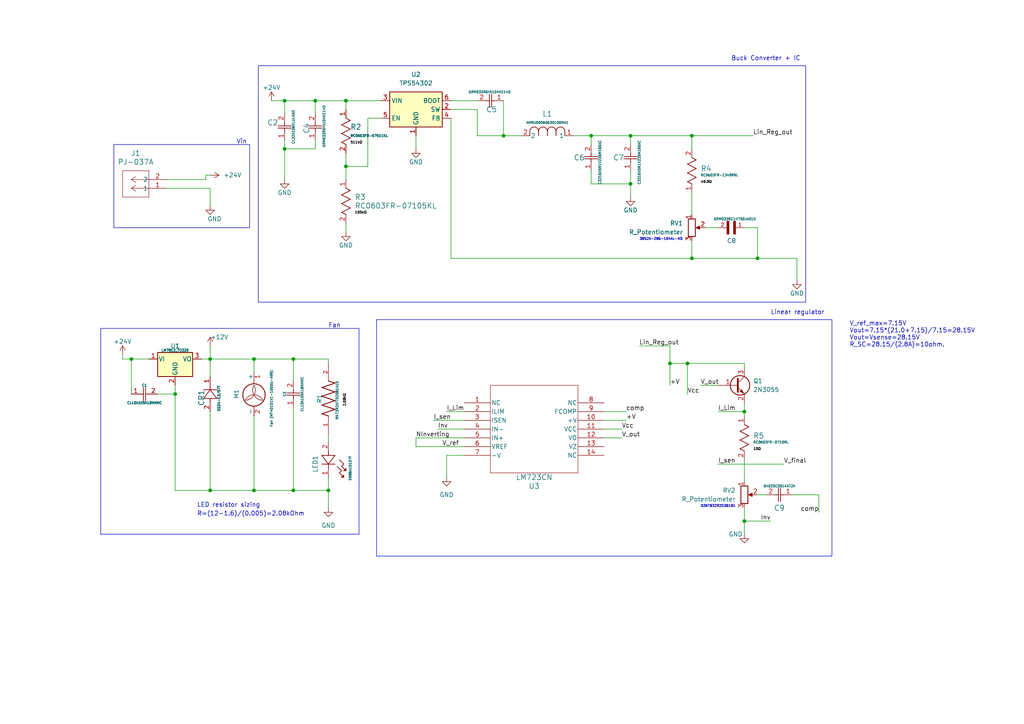
<source format=kicad_sch>
(kicad_sch (version 20230121) (generator eeschema)
  (paper "A4")
  (lib_symbols
    (symbol "2024-01-11_15-29-09:LM723CN" (pin_names (offset 0.254))
      (property "Reference" "U" (at 20.32 10.16 0))
      (property "Value" "LM723CN" (at 20.32 7.62 0))
      (symbol "LM723CN_0_1"
        (polyline (pts (xy 7.62 -20.32) (xy 33.02 -20.32)) (stroke (width 0.127)))
        (polyline (pts (xy 7.62 5.08) (xy 7.62 -20.32)) (stroke (width 0.127)))
        (polyline (pts (xy 33.02 -20.32) (xy 33.02 5.08)) (stroke (width 0.127)))
        (polyline (pts (xy 33.02 5.08) (xy 7.62 5.08)) (stroke (width 0.127)))
        (pin unspecified line (at 0 0 0) (length 7.62) (name "NC") (number "1"))
        (pin power_in line (at 40.64 -5.08 180) (length 7.62) (name "+V") (number "10"))
        (pin power_in line (at 40.64 -7.62 180) (length 7.62) (name "VCC") (number "11"))
        (pin output line (at 40.64 -10.16 180) (length 7.62) (name "VO") (number "12"))
        (pin unspecified line (at 40.64 -12.7 180) (length 7.62) (name "VZ") (number "13"))
        (pin unspecified line (at 40.64 -15.24 180) (length 7.62) (name "NC") (number "14"))
        (pin input line (at 0 -2.54 0) (length 7.62) (name "ILIM") (number "2"))
        (pin unspecified line (at 0 -5.08 0) (length 7.62) (name "ISEN") (number "3"))
        (pin input line (at 0 -7.62 0) (length 7.62) (name "IN-") (number "4"))
        (pin input line (at 0 -10.16 0) (length 7.62) (name "IN+") (number "5"))
        (pin output line (at 0 -12.7 0) (length 7.62) (name "VREF") (number "6"))
        (pin power_in line (at 0 -15.24 0) (length 7.62) (name "-V") (number "7"))
        (pin unspecified line (at 40.64 0 180) (length 7.62) (name "NC") (number "8"))
        (pin unspecified line (at 40.64 -2.54 180) (length 7.62) (name "FCOMP") (number "9"))
      )
    )
    (symbol "2024-01-12_20-03-25:SS34-E3_57T" (pin_names (offset 0.254))
      (property "Reference" "CR" (at 5.08 4.445 0))
      (property "Value" "SS34-E3/57T" (at 5.08 -3.81 0))
      (symbol "SS34-E3_57T_1_1"
        (polyline (pts (xy 2.54 0) (xy 3.4798 0)) (stroke (width 0.2032)))
        (polyline (pts (xy 3.175 0) (xy 3.81 0)) (stroke (width 0.2032)))
        (polyline (pts (xy 3.81 -1.905) (xy 6.35 0)) (stroke (width 0.2032)))
        (polyline (pts (xy 3.81 1.905) (xy 3.81 -1.905)) (stroke (width 0.2032)))
        (polyline (pts (xy 6.35 -1.905) (xy 6.35 1.905)) (stroke (width 0.2032)))
        (polyline (pts (xy 6.35 0) (xy 3.81 1.905)) (stroke (width 0.2032)))
        (polyline (pts (xy 6.35 0) (xy 7.62 0)) (stroke (width 0.2032)))
        (pin unspecified line (at 10.16 0 180) (length 2.54) (name "") (number "1"))
        (pin unspecified line (at 0 0 0) (length 2.54) (name "") (number "2"))
      )
      (symbol "SS34-E3_57T_1_2"
        (polyline (pts (xy -1.905 3.81) (xy 1.905 3.81)) (stroke (width 0.2032)))
        (polyline (pts (xy 0 2.54) (xy 0 3.4798)) (stroke (width 0.2032)))
        (polyline (pts (xy 0 3.175) (xy 0 3.81)) (stroke (width 0.2032)))
        (polyline (pts (xy 0 6.35) (xy -1.905 3.81)) (stroke (width 0.2032)))
        (polyline (pts (xy 0 6.35) (xy 0 7.62)) (stroke (width 0.2032)))
        (polyline (pts (xy 1.905 3.81) (xy 0 6.35)) (stroke (width 0.2032)))
        (polyline (pts (xy 1.905 6.35) (xy -1.905 6.35)) (stroke (width 0.2032)))
        (pin unspecified line (at 0 10.16 270) (length 2.54) (name "") (number "1"))
        (pin unspecified line (at 0 0 90) (length 2.54) (name "") (number "2"))
      )
    )
    (symbol "2024-01-12_21-49-38:CL10A105KL8NNNC" (pin_names (offset 0.254))
      (property "Reference" "C" (at 3.81 3.81 0))
      (property "Value" "CL10A105KL8NNNC" (at 3.81 -3.81 0))
      (symbol "CL10A105KL8NNNC_1_1"
        (polyline (pts (xy 2.54 0) (xy 3.4798 0)) (stroke (width 0.2032)))
        (polyline (pts (xy 3.4798 -1.905) (xy 3.4798 1.905)) (stroke (width 0.2032)))
        (polyline (pts (xy 4.1148 -1.905) (xy 4.1148 1.905)) (stroke (width 0.2032)))
        (polyline (pts (xy 4.1148 0) (xy 5.08 0)) (stroke (width 0.2032)))
        (pin unspecified line (at 0 0 0) (length 2.54) (name "") (number "1"))
        (pin unspecified line (at 7.62 0 180) (length 2.54) (name "") (number "2"))
      )
      (symbol "CL10A105KL8NNNC_1_2"
        (polyline (pts (xy -1.905 -4.1148) (xy 1.905 -4.1148)) (stroke (width 0.2032)))
        (polyline (pts (xy -1.905 -3.4798) (xy 1.905 -3.4798)) (stroke (width 0.2032)))
        (polyline (pts (xy 0 -4.1148) (xy 0 -5.08)) (stroke (width 0.2032)))
        (polyline (pts (xy 0 -2.54) (xy 0 -3.4798)) (stroke (width 0.2032)))
        (pin unspecified line (at 0 0 270) (length 2.54) (name "") (number "1"))
        (pin unspecified line (at 0 -7.62 90) (length 2.54) (name "") (number "2"))
      )
    )
    (symbol "2024-01-12_22-04-38:5988A10107F" (pin_names (offset 0.254))
      (property "Reference" "LED" (at 5.08 -4.445 0))
      (property "Value" "5988A10107F" (at 5.08 -7.62 0))
      (symbol "5988A10107F_1_1"
        (polyline (pts (xy 2.54 0) (xy 3.4798 0)) (stroke (width 0.2032)))
        (polyline (pts (xy 3.175 0) (xy 3.81 0)) (stroke (width 0.2032)))
        (polyline (pts (xy 3.81 -1.905) (xy 6.35 0)) (stroke (width 0.2032)))
        (polyline (pts (xy 3.81 1.905) (xy 3.81 -1.905)) (stroke (width 0.2032)))
        (polyline (pts (xy 5.08 3.175) (xy 6.35 4.445)) (stroke (width 0.2032)))
        (polyline (pts (xy 6.35 -1.905) (xy 6.35 1.905)) (stroke (width 0.2032)))
        (polyline (pts (xy 6.35 0) (xy 3.81 1.905)) (stroke (width 0.2032)))
        (polyline (pts (xy 6.35 0) (xy 7.62 0)) (stroke (width 0.2032)))
        (polyline (pts (xy 6.35 4.445) (xy 6.985 3.81)) (stroke (width 0.2032)))
        (polyline (pts (xy 6.985 2.54) (xy 8.255 3.81)) (stroke (width 0.2032)))
        (polyline (pts (xy 6.985 3.81) (xy 8.255 5.08)) (stroke (width 0.2032)))
        (polyline (pts (xy 7.62 5.08) (xy 8.255 4.445)) (stroke (width 0.2032)))
        (polyline (pts (xy 8.255 3.81) (xy 8.89 3.175)) (stroke (width 0.2032)))
        (polyline (pts (xy 8.255 4.445) (xy 8.255 5.08)) (stroke (width 0.2032)))
        (polyline (pts (xy 8.255 5.08) (xy 7.62 5.08)) (stroke (width 0.2032)))
        (polyline (pts (xy 8.89 3.175) (xy 10.16 4.445)) (stroke (width 0.2032)))
        (polyline (pts (xy 9.525 4.445) (xy 10.16 3.81)) (stroke (width 0.2032)))
        (polyline (pts (xy 10.16 3.81) (xy 10.16 4.445)) (stroke (width 0.2032)))
        (polyline (pts (xy 10.16 4.445) (xy 9.525 4.445)) (stroke (width 0.2032)))
        (pin unspecified line (at 10.16 0 180) (length 2.54) (name "") (number "1"))
        (pin unspecified line (at 0 0 0) (length 2.54) (name "") (number "2"))
      )
      (symbol "5988A10107F_1_2"
        (polyline (pts (xy -5.08 7.62) (xy -4.445 8.255)) (stroke (width 0.2032)))
        (polyline (pts (xy -5.08 8.255) (xy -5.08 7.62)) (stroke (width 0.2032)))
        (polyline (pts (xy -4.445 6.35) (xy -3.81 6.985)) (stroke (width 0.2032)))
        (polyline (pts (xy -4.445 8.255) (xy -5.08 8.255)) (stroke (width 0.2032)))
        (polyline (pts (xy -4.445 9.525) (xy -3.81 10.16)) (stroke (width 0.2032)))
        (polyline (pts (xy -4.445 10.16) (xy -4.445 9.525)) (stroke (width 0.2032)))
        (polyline (pts (xy -3.81 6.985) (xy -5.08 8.255)) (stroke (width 0.2032)))
        (polyline (pts (xy -3.81 8.255) (xy -3.175 8.89)) (stroke (width 0.2032)))
        (polyline (pts (xy -3.81 10.16) (xy -4.445 10.16)) (stroke (width 0.2032)))
        (polyline (pts (xy -3.175 5.08) (xy -4.445 6.35)) (stroke (width 0.2032)))
        (polyline (pts (xy -3.175 8.89) (xy -4.445 10.16)) (stroke (width 0.2032)))
        (polyline (pts (xy -2.54 6.985) (xy -3.81 8.255)) (stroke (width 0.2032)))
        (polyline (pts (xy -1.905 3.81) (xy 1.905 3.81)) (stroke (width 0.2032)))
        (polyline (pts (xy 0 2.54) (xy 0 3.4798)) (stroke (width 0.2032)))
        (polyline (pts (xy 0 3.175) (xy 0 3.81)) (stroke (width 0.2032)))
        (polyline (pts (xy 0 6.35) (xy -1.905 3.81)) (stroke (width 0.2032)))
        (polyline (pts (xy 0 6.35) (xy 0 7.62)) (stroke (width 0.2032)))
        (polyline (pts (xy 1.905 3.81) (xy 0 6.35)) (stroke (width 0.2032)))
        (polyline (pts (xy 1.905 6.35) (xy -1.905 6.35)) (stroke (width 0.2032)))
        (pin unspecified line (at 0 10.16 270) (length 2.54) (name "") (number "1"))
        (pin unspecified line (at 0 0 90) (length 2.54) (name "") (number "2"))
      )
    )
    (symbol "2024-01-13_04-28-59:CL32A106KLULNNE" (pin_names (offset 0.254))
      (property "Reference" "C" (at 3.81 3.81 0))
      (property "Value" "CL32A106KLULNNE" (at 3.81 -3.81 0))
      (symbol "CL32A106KLULNNE_1_1"
        (polyline (pts (xy 2.54 0) (xy 3.4798 0)) (stroke (width 0.2032)))
        (polyline (pts (xy 3.4798 -1.905) (xy 3.4798 1.905)) (stroke (width 0.2032)))
        (polyline (pts (xy 4.1148 -1.905) (xy 4.1148 1.905)) (stroke (width 0.2032)))
        (polyline (pts (xy 4.1148 0) (xy 5.08 0)) (stroke (width 0.2032)))
        (pin unspecified line (at 0 0 0) (length 2.54) (name "") (number "1"))
        (pin unspecified line (at 7.62 0 180) (length 2.54) (name "") (number "2"))
      )
      (symbol "CL32A106KLULNNE_1_2"
        (polyline (pts (xy -1.905 -4.1148) (xy 1.905 -4.1148)) (stroke (width 0.2032)))
        (polyline (pts (xy -1.905 -3.4798) (xy 1.905 -3.4798)) (stroke (width 0.2032)))
        (polyline (pts (xy 0 -4.1148) (xy 0 -5.08)) (stroke (width 0.2032)))
        (polyline (pts (xy 0 -2.54) (xy 0 -3.4798)) (stroke (width 0.2032)))
        (pin unspecified line (at 0 0 270) (length 2.54) (name "") (number "1"))
        (pin unspecified line (at 0 -7.62 90) (length 2.54) (name "") (number "2"))
      )
    )
    (symbol "2024-01-13_04-36-22:GRM033R6YA104KE14D" (pin_names (offset 0.254))
      (property "Reference" "C" (at 3.81 3.81 0))
      (property "Value" "GRM033R6YA104KE14D" (at 3.81 -3.81 0))
      (symbol "GRM033R6YA104KE14D_1_1"
        (polyline (pts (xy 2.54 0) (xy 3.4798 0)) (stroke (width 0.2032)))
        (polyline (pts (xy 3.4798 -1.905) (xy 3.4798 1.905)) (stroke (width 0.2032)))
        (polyline (pts (xy 4.1148 -1.905) (xy 4.1148 1.905)) (stroke (width 0.2032)))
        (polyline (pts (xy 4.1148 0) (xy 5.08 0)) (stroke (width 0.2032)))
        (pin unspecified line (at 0 0 0) (length 2.54) (name "") (number "1"))
        (pin unspecified line (at 7.62 0 180) (length 2.54) (name "") (number "2"))
      )
      (symbol "GRM033R6YA104KE14D_1_2"
        (polyline (pts (xy -1.905 -4.1148) (xy 1.905 -4.1148)) (stroke (width 0.2032)))
        (polyline (pts (xy -1.905 -3.4798) (xy 1.905 -3.4798)) (stroke (width 0.2032)))
        (polyline (pts (xy 0 -4.1148) (xy 0 -5.08)) (stroke (width 0.2032)))
        (polyline (pts (xy 0 -2.54) (xy 0 -3.4798)) (stroke (width 0.2032)))
        (pin unspecified line (at 0 0 270) (length 2.54) (name "") (number "1"))
        (pin unspecified line (at 0 -7.62 90) (length 2.54) (name "") (number "2"))
      )
    )
    (symbol "2024-01-13_04-51-38:RC0603FR-07105KL" (pin_names (offset 0.254))
      (property "Reference" "R" (at 5.715 3.81 0))
      (property "Value" "RC0603FR-07105KL" (at 6.35 -3.81 0))
      (symbol "RC0603FR-07105KL_1_1"
        (polyline (pts (xy 2.54 0) (xy 3.175 1.27)) (stroke (width 0.2032)))
        (polyline (pts (xy 3.175 1.27) (xy 4.445 -1.27)) (stroke (width 0.2032)))
        (polyline (pts (xy 4.445 -1.27) (xy 5.715 1.27)) (stroke (width 0.2032)))
        (polyline (pts (xy 5.715 1.27) (xy 6.985 -1.27)) (stroke (width 0.2032)))
        (polyline (pts (xy 6.985 -1.27) (xy 8.255 1.27)) (stroke (width 0.2032)))
        (polyline (pts (xy 8.255 1.27) (xy 9.525 -1.27)) (stroke (width 0.2032)))
        (polyline (pts (xy 9.525 -1.27) (xy 10.16 0)) (stroke (width 0.2032)))
        (pin unspecified line (at 12.7 0 180) (length 2.54) (name "") (number "1"))
        (pin unspecified line (at 0 0 0) (length 2.54) (name "") (number "2"))
      )
      (symbol "RC0603FR-07105KL_1_2"
        (polyline (pts (xy -1.27 3.175) (xy 1.27 4.445)) (stroke (width 0.2032)))
        (polyline (pts (xy -1.27 5.715) (xy 1.27 6.985)) (stroke (width 0.2032)))
        (polyline (pts (xy -1.27 8.255) (xy 1.27 9.525)) (stroke (width 0.2032)))
        (polyline (pts (xy 0 2.54) (xy -1.27 3.175)) (stroke (width 0.2032)))
        (polyline (pts (xy 1.27 4.445) (xy -1.27 5.715)) (stroke (width 0.2032)))
        (polyline (pts (xy 1.27 6.985) (xy -1.27 8.255)) (stroke (width 0.2032)))
        (polyline (pts (xy 1.27 9.525) (xy 0 10.16)) (stroke (width 0.2032)))
        (pin unspecified line (at 0 12.7 270) (length 2.54) (name "") (number "1"))
        (pin unspecified line (at 0 0 90) (length 2.54) (name "") (number "2"))
      )
    )
    (symbol "2024-01-13_05-19-09:C3216X5R1V226M160AC" (pin_names (offset 0.254))
      (property "Reference" "C" (at 3.81 3.81 0))
      (property "Value" "C3216X5R1V226M160AC" (at 3.81 -3.81 0))
      (symbol "C3216X5R1V226M160AC_1_1"
        (polyline (pts (xy 2.54 0) (xy 3.4798 0)) (stroke (width 0.2032)))
        (polyline (pts (xy 3.4798 -1.905) (xy 3.4798 1.905)) (stroke (width 0.2032)))
        (polyline (pts (xy 4.1148 -1.905) (xy 4.1148 1.905)) (stroke (width 0.2032)))
        (polyline (pts (xy 4.1148 0) (xy 5.08 0)) (stroke (width 0.2032)))
        (pin unspecified line (at 0 0 0) (length 2.54) (name "") (number "1"))
        (pin unspecified line (at 7.62 0 180) (length 2.54) (name "") (number "2"))
      )
      (symbol "C3216X5R1V226M160AC_1_2"
        (polyline (pts (xy -1.905 -4.1148) (xy 1.905 -4.1148)) (stroke (width 0.2032)))
        (polyline (pts (xy -1.905 -3.4798) (xy 1.905 -3.4798)) (stroke (width 0.2032)))
        (polyline (pts (xy 0 -4.1148) (xy 0 -5.08)) (stroke (width 0.2032)))
        (polyline (pts (xy 0 -2.54) (xy 0 -3.4798)) (stroke (width 0.2032)))
        (pin unspecified line (at 0 0 270) (length 2.54) (name "") (number "1"))
        (pin unspecified line (at 0 -7.62 90) (length 2.54) (name "") (number "2"))
      )
    )
    (symbol "2024-01-13_05-33-46:AMRU00060630100MA1" (pin_names (offset 0.254))
      (property "Reference" "L" (at 6.985 5.08 0))
      (property "Value" "AMRU00060630100MA1" (at 6.985 -2.54 0))
      (symbol "AMRU00060630100MA1_1_1"
        (polyline (pts (xy 2.54 0) (xy 2.54 1.27)) (stroke (width 0.2032)))
        (polyline (pts (xy 5.08 0) (xy 5.08 1.27)) (stroke (width 0.2032)))
        (polyline (pts (xy 7.62 0) (xy 7.62 1.27)) (stroke (width 0.2032)))
        (polyline (pts (xy 10.16 0) (xy 10.16 1.27)) (stroke (width 0.2032)))
        (polyline (pts (xy 12.7 0) (xy 12.7 1.27)) (stroke (width 0.2032)))
        (arc (start 5.08 1.27) (mid 3.81 2.5345) (end 2.54 1.27) (stroke (width 0.2032)))
        (arc (start 7.62 1.27) (mid 6.35 2.5345) (end 5.08 1.27) (stroke (width 0.2032)))
        (arc (start 10.16 1.27) (mid 8.89 2.5345) (end 7.62 1.27) (stroke (width 0.2032)))
        (arc (start 12.7 1.27) (mid 11.43 2.5345) (end 10.16 1.27) (stroke (width 0.2032)))
        (pin unspecified line (at 15.24 0 180) (length 2.54) (name "1") (number "1"))
        (pin unspecified line (at 0 0 0) (length 2.54) (name "2") (number "2"))
      )
      (symbol "AMRU00060630100MA1_1_2"
        (arc (start -1.27 5.08) (mid -2.5345 3.81) (end -1.27 2.54) (stroke (width 0.2032)))
        (arc (start -1.27 7.62) (mid -2.5345 6.35) (end -1.27 5.08) (stroke (width 0.2032)))
        (arc (start -1.27 10.16) (mid -2.5345 8.89) (end -1.27 7.62) (stroke (width 0.2032)))
        (arc (start -1.27 12.7) (mid -2.5345 11.43) (end -1.27 10.16) (stroke (width 0.2032)))
        (polyline (pts (xy 0 2.54) (xy -1.27 2.54)) (stroke (width 0.2032)))
        (polyline (pts (xy 0 5.08) (xy -1.27 5.08)) (stroke (width 0.2032)))
        (polyline (pts (xy 0 7.62) (xy -1.27 7.62)) (stroke (width 0.2032)))
        (polyline (pts (xy 0 10.16) (xy -1.27 10.16)) (stroke (width 0.2032)))
        (polyline (pts (xy 0 12.7) (xy -1.27 12.7)) (stroke (width 0.2032)))
        (pin unspecified line (at 0 15.24 270) (length 2.54) (name "1") (number "1"))
        (pin unspecified line (at 0 0 90) (length 2.54) (name "2") (number "2"))
      )
    )
    (symbol "2024-01-13_05-40-23:04025C501KAT2A" (pin_names (offset 0.254))
      (property "Reference" "C" (at 3.81 3.81 0))
      (property "Value" "04025C501KAT2A" (at 3.81 -3.81 0))
      (symbol "04025C501KAT2A_1_1"
        (polyline (pts (xy 2.54 0) (xy 3.4798 0)) (stroke (width 0.2032)))
        (polyline (pts (xy 3.4798 -1.905) (xy 3.4798 1.905)) (stroke (width 0.2032)))
        (polyline (pts (xy 4.1148 -1.905) (xy 4.1148 1.905)) (stroke (width 0.2032)))
        (polyline (pts (xy 4.1148 0) (xy 5.08 0)) (stroke (width 0.2032)))
        (pin unspecified line (at 0 0 0) (length 2.54) (name "") (number "1"))
        (pin unspecified line (at 7.62 0 180) (length 2.54) (name "") (number "2"))
      )
      (symbol "04025C501KAT2A_1_2"
        (polyline (pts (xy -1.905 -4.1148) (xy 1.905 -4.1148)) (stroke (width 0.2032)))
        (polyline (pts (xy -1.905 -3.4798) (xy 1.905 -3.4798)) (stroke (width 0.2032)))
        (polyline (pts (xy 0 -4.1148) (xy 0 -5.08)) (stroke (width 0.2032)))
        (polyline (pts (xy 0 -2.54) (xy 0 -3.4798)) (stroke (width 0.2032)))
        (pin unspecified line (at 0 0 270) (length 2.54) (name "") (number "1"))
        (pin unspecified line (at 0 -7.62 90) (length 2.54) (name "") (number "2"))
      )
    )
    (symbol "2024-01-14_16-06-42:RC0603FR-07511KL" (pin_names (offset 0.254))
      (property "Reference" "R" (at 5.715 3.81 0))
      (property "Value" "RC0603FR-07511KL" (at 6.35 -3.81 0))
      (symbol "RC0603FR-07511KL_1_1"
        (polyline (pts (xy 2.54 0) (xy 3.175 1.27)) (stroke (width 0.2032)))
        (polyline (pts (xy 3.175 1.27) (xy 4.445 -1.27)) (stroke (width 0.2032)))
        (polyline (pts (xy 4.445 -1.27) (xy 5.715 1.27)) (stroke (width 0.2032)))
        (polyline (pts (xy 5.715 1.27) (xy 6.985 -1.27)) (stroke (width 0.2032)))
        (polyline (pts (xy 6.985 -1.27) (xy 8.255 1.27)) (stroke (width 0.2032)))
        (polyline (pts (xy 8.255 1.27) (xy 9.525 -1.27)) (stroke (width 0.2032)))
        (polyline (pts (xy 9.525 -1.27) (xy 10.16 0)) (stroke (width 0.2032)))
        (pin unspecified line (at 12.7 0 180) (length 2.54) (name "") (number "1"))
        (pin unspecified line (at 0 0 0) (length 2.54) (name "") (number "2"))
      )
      (symbol "RC0603FR-07511KL_1_2"
        (polyline (pts (xy -1.27 3.175) (xy 1.27 4.445)) (stroke (width 0.2032)))
        (polyline (pts (xy -1.27 5.715) (xy 1.27 6.985)) (stroke (width 0.2032)))
        (polyline (pts (xy -1.27 8.255) (xy 1.27 9.525)) (stroke (width 0.2032)))
        (polyline (pts (xy 0 2.54) (xy -1.27 3.175)) (stroke (width 0.2032)))
        (polyline (pts (xy 1.27 4.445) (xy -1.27 5.715)) (stroke (width 0.2032)))
        (polyline (pts (xy 1.27 6.985) (xy -1.27 8.255)) (stroke (width 0.2032)))
        (polyline (pts (xy 1.27 9.525) (xy 0 10.16)) (stroke (width 0.2032)))
        (pin unspecified line (at 0 12.7 270) (length 2.54) (name "") (number "1"))
        (pin unspecified line (at 0 0 90) (length 2.54) (name "") (number "2"))
      )
    )
    (symbol "2024-01-14_16-13-29:RC0603FR-1349R9L" (pin_names (offset 0.254))
      (property "Reference" "R" (at 5.715 3.81 0))
      (property "Value" "RC0603FR-1349R9L" (at 6.35 -3.81 0))
      (symbol "RC0603FR-1349R9L_1_1"
        (polyline (pts (xy 2.54 0) (xy 3.175 1.27)) (stroke (width 0.2032)))
        (polyline (pts (xy 3.175 1.27) (xy 4.445 -1.27)) (stroke (width 0.2032)))
        (polyline (pts (xy 4.445 -1.27) (xy 5.715 1.27)) (stroke (width 0.2032)))
        (polyline (pts (xy 5.715 1.27) (xy 6.985 -1.27)) (stroke (width 0.2032)))
        (polyline (pts (xy 6.985 -1.27) (xy 8.255 1.27)) (stroke (width 0.2032)))
        (polyline (pts (xy 8.255 1.27) (xy 9.525 -1.27)) (stroke (width 0.2032)))
        (polyline (pts (xy 9.525 -1.27) (xy 10.16 0)) (stroke (width 0.2032)))
        (pin unspecified line (at 0 0 0) (length 2.54) (name "") (number "1"))
        (pin unspecified line (at 12.7 0 180) (length 2.54) (name "") (number "2"))
      )
      (symbol "RC0603FR-1349R9L_1_2"
        (polyline (pts (xy -1.27 3.175) (xy 1.27 4.445)) (stroke (width 0.2032)))
        (polyline (pts (xy -1.27 5.715) (xy 1.27 6.985)) (stroke (width 0.2032)))
        (polyline (pts (xy -1.27 8.255) (xy 1.27 9.525)) (stroke (width 0.2032)))
        (polyline (pts (xy 0 2.54) (xy -1.27 3.175)) (stroke (width 0.2032)))
        (polyline (pts (xy 1.27 4.445) (xy -1.27 5.715)) (stroke (width 0.2032)))
        (polyline (pts (xy 1.27 6.985) (xy -1.27 8.255)) (stroke (width 0.2032)))
        (polyline (pts (xy 1.27 9.525) (xy 0 10.16)) (stroke (width 0.2032)))
        (pin unspecified line (at 0 12.7 270) (length 2.54) (name "") (number "1"))
        (pin unspecified line (at 0 0 90) (length 2.54) (name "") (number "2"))
      )
    )
    (symbol "2024-01-14_16-39-54:PJ-037A" (pin_names (offset 0.254))
      (property "Reference" "J" (at 8.89 6.35 0))
      (property "Value" "PJ-037A" (at 0 0 0))
      (symbol "PJ-037A_1_1"
        (polyline (pts (xy 5.08 -5.08) (xy 12.7 -5.08)) (stroke (width 0.127)))
        (polyline (pts (xy 5.08 2.54) (xy 5.08 -5.08)) (stroke (width 0.127)))
        (polyline (pts (xy 10.16 -2.54) (xy 5.08 -2.54)) (stroke (width 0.127)))
        (polyline (pts (xy 10.16 -2.54) (xy 8.89 -3.3867)) (stroke (width 0.127)))
        (polyline (pts (xy 10.16 -2.54) (xy 8.89 -1.6933)) (stroke (width 0.127)))
        (polyline (pts (xy 10.16 0) (xy 5.08 0)) (stroke (width 0.127)))
        (polyline (pts (xy 10.16 0) (xy 8.89 -0.8467)) (stroke (width 0.127)))
        (polyline (pts (xy 10.16 0) (xy 8.89 0.8467)) (stroke (width 0.127)))
        (polyline (pts (xy 12.7 -5.08) (xy 12.7 2.54)) (stroke (width 0.127)))
        (polyline (pts (xy 12.7 2.54) (xy 5.08 2.54)) (stroke (width 0.127)))
        (pin unspecified line (at 0 0 0) (length 5.08) (name "1") (number "1"))
        (pin unspecified line (at 0 -2.54 0) (length 5.08) (name "2") (number "2"))
      )
      (symbol "PJ-037A_1_2"
        (polyline (pts (xy 5.08 -5.08) (xy 12.7 -5.08)) (stroke (width 0.127)))
        (polyline (pts (xy 5.08 2.54) (xy 5.08 -5.08)) (stroke (width 0.127)))
        (polyline (pts (xy 7.62 -2.54) (xy 5.08 -2.54)) (stroke (width 0.127)))
        (polyline (pts (xy 7.62 -2.54) (xy 8.89 -3.3867)) (stroke (width 0.127)))
        (polyline (pts (xy 7.62 -2.54) (xy 8.89 -1.6933)) (stroke (width 0.127)))
        (polyline (pts (xy 7.62 0) (xy 5.08 0)) (stroke (width 0.127)))
        (polyline (pts (xy 7.62 0) (xy 8.89 -0.8467)) (stroke (width 0.127)))
        (polyline (pts (xy 7.62 0) (xy 8.89 0.8467)) (stroke (width 0.127)))
        (polyline (pts (xy 12.7 -5.08) (xy 12.7 2.54)) (stroke (width 0.127)))
        (polyline (pts (xy 12.7 2.54) (xy 5.08 2.54)) (stroke (width 0.127)))
        (pin unspecified line (at 0 0 0) (length 5.08) (name "1") (number "1"))
        (pin unspecified line (at 0 -2.54 0) (length 5.08) (name "2") (number "2"))
      )
    )
    (symbol "2024-01-14_22-06-53:RC0603FR-0710RL" (pin_names (offset 0.254))
      (property "Reference" "R" (at 5.715 3.81 0))
      (property "Value" "RC0603FR-0710RL" (at 6.35 -3.81 0))
      (symbol "RC0603FR-0710RL_1_1"
        (polyline (pts (xy 2.54 0) (xy 3.175 1.27)) (stroke (width 0.2032)))
        (polyline (pts (xy 3.175 1.27) (xy 4.445 -1.27)) (stroke (width 0.2032)))
        (polyline (pts (xy 4.445 -1.27) (xy 5.715 1.27)) (stroke (width 0.2032)))
        (polyline (pts (xy 5.715 1.27) (xy 6.985 -1.27)) (stroke (width 0.2032)))
        (polyline (pts (xy 6.985 -1.27) (xy 8.255 1.27)) (stroke (width 0.2032)))
        (polyline (pts (xy 8.255 1.27) (xy 9.525 -1.27)) (stroke (width 0.2032)))
        (polyline (pts (xy 9.525 -1.27) (xy 10.16 0)) (stroke (width 0.2032)))
        (pin unspecified line (at 12.7 0 180) (length 2.54) (name "") (number "1"))
        (pin unspecified line (at 0 0 0) (length 2.54) (name "") (number "2"))
      )
      (symbol "RC0603FR-0710RL_1_2"
        (polyline (pts (xy -1.27 3.175) (xy 1.27 4.445)) (stroke (width 0.2032)))
        (polyline (pts (xy -1.27 5.715) (xy 1.27 6.985)) (stroke (width 0.2032)))
        (polyline (pts (xy -1.27 8.255) (xy 1.27 9.525)) (stroke (width 0.2032)))
        (polyline (pts (xy 0 2.54) (xy -1.27 3.175)) (stroke (width 0.2032)))
        (polyline (pts (xy 1.27 4.445) (xy -1.27 5.715)) (stroke (width 0.2032)))
        (polyline (pts (xy 1.27 6.985) (xy -1.27 8.255)) (stroke (width 0.2032)))
        (polyline (pts (xy 1.27 9.525) (xy 0 10.16)) (stroke (width 0.2032)))
        (pin unspecified line (at 0 12.7 270) (length 2.54) (name "") (number "1"))
        (pin unspecified line (at 0 0 90) (length 2.54) (name "") (number "2"))
      )
    )
    (symbol "Device:R_Potentiometer" (pin_names (offset 1.016) hide)
      (property "Reference" "RV" (at -4.445 0 90))
      (property "Value" "R_Potentiometer" (at -2.54 0 90))
      (symbol "R_Potentiometer_0_1"
        (polyline (pts (xy 2.54 0) (xy 1.524 0)))
        (polyline (pts (xy 1.143 0) (xy 2.286 0.508) (xy 2.286 -0.508) (xy 1.143 0)) (fill (type outline)))
        (rectangle (start 1.016 2.54) (end -1.016 -2.54) (stroke (width 0.254)))
      )
      (symbol "R_Potentiometer_1_1"
        (pin passive line (at 0 3.81 270) (length 1.27) (name "1") (number "1"))
        (pin passive line (at 3.81 0 180) (length 1.27) (name "2") (number "2"))
        (pin passive line (at 0 -3.81 90) (length 1.27) (name "3") (number "3"))
      )
    )
    (symbol "GRM0335C1H750JA01D:GRM0335C1H750JA01D" (pin_names (offset 1.016))
      (property "Reference" "C" (at 0 3.8109 0))
      (property "Value" "GRM0335C1H750JA01D" (at 0 -5.0885 0))
      (symbol "GRM0335C1H750JA01D_0_0"
        (rectangle (start 0 -1.9069) (end 0.635 1.905) (stroke (width 0.1)) (fill (type outline)))
        (rectangle (start 1.9069 -1.9069) (end 2.54 1.905) (stroke (width 0.1)) (fill (type outline)))
        (pin passive line (at -2.54 0 0) (length 2.54) (name "~") (number "1"))
        (pin passive line (at 5.08 0 180) (length 2.54) (name "~") (number "2"))
      )
    )
    (symbol "Motor:Fan" (pin_names (offset 0))
      (property "Reference" "M" (at 2.54 5.08 0))
      (property "Value" "Fan" (at 2.54 -2.54 0))
      (symbol "Fan_0_1"
        (arc (start -2.54 -0.508) (mid 0.0028 0.9121) (end 0 3.81))
        (polyline (pts (xy 0 -5.08) (xy 0 -4.572)))
        (polyline (pts (xy 0 -2.2352) (xy 0 -2.6416)))
        (polyline (pts (xy 0 4.2672) (xy 0 4.6228)))
        (polyline (pts (xy 0 4.572) (xy 0 5.08)))
        (circle (center 0 1.016) (radius 3.2512) (stroke (width 0.254)))
        (arc (start 0 3.81) (mid 0.053 0.921) (end 2.54 -0.508))
        (arc (start 2.54 -0.508) (mid 0 1.0618) (end -2.54 -0.508))
      )
      (symbol "Fan_1_1"
        (pin passive line (at 0 7.62 270) (length 2.54) (name "+") (number "1"))
        (pin passive line (at 0 -5.08 90) (length 2.54) (name "-") (number "2"))
      )
    )
    (symbol "RN73R2ATTD2081A10:RN73R2ATTD2081A10" (pin_names (offset 1.016))
      (property "Reference" "R" (at -7.6244 2.5415 0))
      (property "Value" "RN73R2ATTD2081A10" (at -7.63 -5.0866 0))
      (symbol "RN73R2ATTD2081A10_0_0"
        (polyline (pts (xy -5.08 0) (xy -4.445 1.905)) (stroke (width 0.254)))
        (polyline (pts (xy -4.445 1.905) (xy -3.175 -1.905)) (stroke (width 0.254)))
        (polyline (pts (xy -3.175 -1.905) (xy -1.905 1.905)) (stroke (width 0.254)))
        (polyline (pts (xy -1.905 1.905) (xy -0.635 -1.905)) (stroke (width 0.254)))
        (polyline (pts (xy -0.635 -1.905) (xy 0.635 1.905)) (stroke (width 0.254)))
        (polyline (pts (xy 0.635 1.905) (xy 1.905 -1.905)) (stroke (width 0.254)))
        (polyline (pts (xy 1.905 -1.905) (xy 3.175 1.905)) (stroke (width 0.254)))
        (polyline (pts (xy 3.175 1.905) (xy 4.445 -1.905)) (stroke (width 0.254)))
        (polyline (pts (xy 4.445 -1.905) (xy 5.08 0)) (stroke (width 0.254)))
        (pin passive line (at -10.16 0 0) (length 5.08) (name "~") (number "1"))
        (pin passive line (at 10.16 0 180) (length 5.08) (name "~") (number "2"))
      )
    )
    (symbol "Regulator_Linear:LM7812_TO220" (pin_names (offset 0.254))
      (property "Reference" "U" (at -3.81 3.175 0))
      (property "Value" "LM7812_TO220" (at 0 3.175 0))
      (symbol "LM7812_TO220_0_1"
        (rectangle (start -5.08 1.905) (end 5.08 -5.08) (stroke (width 0.254)) (fill (type background)))
      )
      (symbol "LM7812_TO220_1_1"
        (pin power_in line (at -7.62 0 0) (length 2.54) (name "VI") (number "1"))
        (pin power_in line (at 0 -7.62 90) (length 2.54) (name "GND") (number "2"))
        (pin power_out line (at 7.62 0 180) (length 2.54) (name "VO") (number "3"))
      )
    )
    (symbol "Regulator_Switching:TPS54302"
      (property "Reference" "U" (at -7.62 6.35 0))
      (property "Value" "TPS54302" (at 0 6.35 0))
      (symbol "TPS54302_0_1"
        (rectangle (start -7.62 5.08) (end 7.62 -5.08) (stroke (width 0.254)) (fill (type background)))
      )
      (symbol "TPS54302_1_1"
        (pin power_in line (at 0 -7.62 90) (length 2.54) (name "GND") (number "1"))
        (pin power_out line (at 10.16 0 180) (length 2.54) (name "SW") (number "2"))
        (pin power_in line (at -10.16 2.54 0) (length 2.54) (name "VIN") (number "3"))
        (pin input line (at 10.16 -2.54 180) (length 2.54) (name "FB") (number "4"))
        (pin input line (at -10.16 -2.54 0) (length 2.54) (name "EN") (number "5"))
        (pin passive line (at 10.16 2.54 180) (length 2.54) (name "BOOT") (number "6"))
      )
    )
    (symbol "Transistor_BJT:2N3055" (pin_names (offset 0) hide)
      (property "Reference" "Q" (at 5.08 1.905 0))
      (property "Value" "2N3055" (at 5.08 0 0))
      (symbol "2N3055_0_1"
        (polyline (pts (xy 0.635 0.635) (xy 2.54 2.54)))
        (polyline (pts (xy 0.635 -0.635) (xy 2.54 -2.54) (xy 2.54 -2.54)))
        (polyline (pts (xy 0.635 1.905) (xy 0.635 -1.905) (xy 0.635 -1.905)) (stroke (width 0.508)))
        (polyline (pts (xy 1.27 -1.778) (xy 1.778 -1.27) (xy 2.286 -2.286) (xy 1.27 -1.778) (xy 1.27 -1.778)) (fill (type outline)))
        (circle (center 1.27 0) (radius 2.8194) (stroke (width 0.254)))
      )
      (symbol "2N3055_1_1"
        (pin input line (at -5.08 0 0) (length 5.715) (name "B") (number "1"))
        (pin passive line (at 2.54 -5.08 90) (length 2.54) (name "E") (number "2"))
        (pin passive line (at 2.54 5.08 270) (length 2.54) (name "C") (number "3"))
      )
    )
    (symbol "power:+12V" (power) (pin_names (offset 0))
      (property "Value" "+12V" (at 0 3.556 0))
      (symbol "+12V_0_1"
        (polyline (pts (xy -0.762 1.27) (xy 0 2.54)))
        (polyline (pts (xy 0 0) (xy 0 2.54)))
        (polyline (pts (xy 0 2.54) (xy 0.762 1.27)))
      )
      (symbol "+12V_1_1"
        (pin power_in line (at 0 0 90) (length 0) hide (name "+12V") (number "1"))
      )
    )
    (symbol "power:+24V" (power) (pin_names (offset 0))
      (property "Value" "+24V" (at 0 3.556 0))
      (symbol "+24V_0_1"
        (polyline (pts (xy -0.762 1.27) (xy 0 2.54)))
        (polyline (pts (xy 0 0) (xy 0 2.54)))
        (polyline (pts (xy 0 2.54) (xy 0.762 1.27)))
      )
      (symbol "+24V_1_1"
        (pin power_in line (at 0 0 90) (length 0) hide (name "+24V") (number "1"))
      )
    )
    (symbol "power:GND" (power) (pin_names (offset 0))
      (property "Value" "GND" (at 0 -3.81 0))
      (symbol "GND_0_1"
        (polyline (pts (xy 0 0) (xy 0 -1.27) (xy 1.27 -1.27) (xy 0 -2.54) (xy -1.27 -1.27) (xy 0 -1.27)))
      )
      (symbol "GND_1_1"
        (pin power_in line (at 0 0 270) (length 0) hide (name "GND") (number "1"))
      )
    )
  )
  (junction (at 182.88 39.37))
  (junction (at 73.66 104.14))
  (junction (at 82.55 29.21))
  (junction (at 215.9 119.38))
  (junction (at 50.8 114.3))
  (junction (at 60.96 142.24))
  (junction (at 91.44 29.21))
  (junction (at 200.66 74.93))
  (junction (at 219.71 74.93))
  (junction (at 100.33 29.21))
  (junction (at 60.96 104.14))
  (junction (at 194.31 105.41))
  (junction (at 85.09 142.24))
  (junction (at 95.25 142.24))
  (junction (at 85.09 104.14))
  (junction (at 171.45 39.37))
  (junction (at 200.66 39.37))
  (junction (at 146.05 39.37))
  (junction (at 73.66 142.24))
  (junction (at 182.88 53.34))
  (junction (at 199.39 105.41))
  (junction (at 100.33 48.26))
  (junction (at 38.1 104.14))
  (junction (at 82.55 43.18))
  (junction (at 215.9 151.13))
  (wire (pts (xy 237.49 148.59) (xy 237.49 143.51)))
  (wire (pts (xy 130.81 29.21) (xy 138.43 29.21)))
  (wire (pts (xy 85.09 118.11) (xy 85.09 142.24)))
  (wire (pts (xy 171.45 49.53) (xy 171.45 53.34)))
  (wire (pts (xy 50.8 114.3) (xy 45.72 114.3)))
  (wire (pts (xy 194.31 100.33) (xy 194.31 105.41)))
  (wire (pts (xy 120.65 129.54) (xy 134.62 129.54)))
  (wire (pts (xy 59.69 50.8) (xy 60.96 50.8)))
  (wire (pts (xy 208.28 119.38) (xy 215.9 119.38)))
  (wire (pts (xy 200.66 69.85) (xy 200.66 74.93)))
  (wire (pts (xy 82.55 40.64) (xy 82.55 43.18)))
  (wire (pts (xy 129.54 119.38) (xy 134.62 119.38)))
  (wire (pts (xy 130.81 74.93) (xy 200.66 74.93)))
  (wire (pts (xy 82.55 43.18) (xy 82.55 52.07)))
  (wire (pts (xy 82.55 29.21) (xy 91.44 29.21)))
  (wire (pts (xy 215.9 133.35) (xy 215.9 139.7)))
  (wire (pts (xy 48.26 52.07) (xy 59.69 52.07)))
  (wire (pts (xy 138.43 39.37) (xy 146.05 39.37)))
  (wire (pts (xy 138.43 31.75) (xy 138.43 39.37)))
  (wire (pts (xy 106.68 48.26) (xy 100.33 48.26)))
  (wire (pts (xy 59.69 52.07) (xy 59.69 50.8)))
  (wire (pts (xy 129.54 132.08) (xy 129.54 138.43)))
  (wire (pts (xy 130.81 31.75) (xy 138.43 31.75)))
  (wire (pts (xy 60.96 54.61) (xy 60.96 59.69)))
  (wire (pts (xy 166.37 39.37) (xy 171.45 39.37)))
  (wire (pts (xy 60.96 104.14) (xy 60.96 100.33)))
  (wire (pts (xy 95.25 105.41) (xy 95.25 104.14)))
  (wire (pts (xy 127 124.46) (xy 134.62 124.46)))
  (wire (pts (xy 175.26 121.92) (xy 181.61 121.92)))
  (wire (pts (xy 146.05 39.37) (xy 151.13 39.37)))
  (wire (pts (xy 182.88 53.34) (xy 182.88 57.15)))
  (wire (pts (xy 200.66 39.37) (xy 200.66 43.18)))
  (wire (pts (xy 219.71 74.93) (xy 231.14 74.93)))
  (wire (pts (xy 60.96 142.24) (xy 73.66 142.24)))
  (wire (pts (xy 200.66 74.93) (xy 219.71 74.93)))
  (wire (pts (xy 100.33 64.77) (xy 100.33 67.31)))
  (wire (pts (xy 171.45 53.34) (xy 182.88 53.34)))
  (wire (pts (xy 73.66 142.24) (xy 85.09 142.24)))
  (wire (pts (xy 219.71 66.04) (xy 215.9 66.04)))
  (wire (pts (xy 120.65 127) (xy 134.62 127)))
  (wire (pts (xy 200.66 39.37) (xy 218.44 39.37)))
  (wire (pts (xy 60.96 54.61) (xy 48.26 54.61)))
  (wire (pts (xy 100.33 44.45) (xy 100.33 48.26)))
  (wire (pts (xy 73.66 104.14) (xy 73.66 107.95)))
  (wire (pts (xy 60.96 104.14) (xy 60.96 109.22)))
  (wire (pts (xy 50.8 111.76) (xy 50.8 114.3)))
  (wire (pts (xy 82.55 43.18) (xy 91.44 43.18)))
  (wire (pts (xy 175.26 124.46) (xy 180.34 124.46)))
  (wire (pts (xy 38.1 104.14) (xy 43.18 104.14)))
  (wire (pts (xy 200.66 55.88) (xy 200.66 62.23)))
  (wire (pts (xy 194.31 105.41) (xy 194.31 111.76)))
  (wire (pts (xy 120.65 39.37) (xy 120.65 43.18)))
  (wire (pts (xy 95.25 138.43) (xy 95.25 142.24)))
  (wire (pts (xy 85.09 104.14) (xy 95.25 104.14)))
  (wire (pts (xy 219.71 66.04) (xy 219.71 74.93)))
  (wire (pts (xy 106.68 34.29) (xy 106.68 48.26)))
  (wire (pts (xy 215.9 147.32) (xy 215.9 151.13)))
  (wire (pts (xy 100.33 29.21) (xy 100.33 31.75)))
  (wire (pts (xy 73.66 104.14) (xy 85.09 104.14)))
  (wire (pts (xy 219.71 143.51) (xy 222.25 143.51)))
  (wire (pts (xy 95.25 125.73) (xy 95.25 128.27)))
  (wire (pts (xy 85.09 142.24) (xy 95.25 142.24)))
  (wire (pts (xy 208.28 134.62) (xy 227.33 134.62)))
  (wire (pts (xy 50.8 142.24) (xy 60.96 142.24)))
  (wire (pts (xy 182.88 39.37) (xy 182.88 41.91)))
  (wire (pts (xy 58.42 104.14) (xy 60.96 104.14)))
  (wire (pts (xy 100.33 48.26) (xy 100.33 52.07)))
  (wire (pts (xy 85.09 104.14) (xy 85.09 110.49)))
  (wire (pts (xy 73.66 120.65) (xy 73.66 142.24)))
  (wire (pts (xy 60.96 119.38) (xy 60.96 142.24)))
  (wire (pts (xy 130.81 34.29) (xy 130.81 74.93)))
  (wire (pts (xy 215.9 151.13) (xy 223.52 151.13)))
  (wire (pts (xy 229.87 143.51) (xy 237.49 143.51)))
  (wire (pts (xy 182.88 53.34) (xy 182.88 49.53)))
  (wire (pts (xy 199.39 105.41) (xy 199.39 114.3)))
  (wire (pts (xy 171.45 39.37) (xy 171.45 41.91)))
  (wire (pts (xy 175.26 119.38) (xy 181.61 119.38)))
  (wire (pts (xy 146.05 29.21) (xy 146.05 39.37)))
  (wire (pts (xy 60.96 104.14) (xy 73.66 104.14)))
  (wire (pts (xy 35.56 102.87) (xy 35.56 104.14)))
  (wire (pts (xy 82.55 29.21) (xy 82.55 33.02)))
  (wire (pts (xy 231.14 74.93) (xy 231.14 81.28)))
  (wire (pts (xy 91.44 43.18) (xy 91.44 40.64)))
  (wire (pts (xy 215.9 105.41) (xy 215.9 106.68)))
  (wire (pts (xy 203.2 111.76) (xy 208.28 111.76)))
  (wire (pts (xy 194.31 105.41) (xy 199.39 105.41)))
  (wire (pts (xy 110.49 29.21) (xy 100.33 29.21)))
  (wire (pts (xy 78.74 29.21) (xy 82.55 29.21)))
  (wire (pts (xy 50.8 114.3) (xy 50.8 142.24)))
  (wire (pts (xy 38.1 104.14) (xy 38.1 114.3)))
  (wire (pts (xy 134.62 132.08) (xy 129.54 132.08)))
  (wire (pts (xy 171.45 39.37) (xy 182.88 39.37)))
  (wire (pts (xy 35.56 104.14) (xy 38.1 104.14)))
  (wire (pts (xy 110.49 34.29) (xy 106.68 34.29)))
  (wire (pts (xy 95.25 142.24) (xy 95.25 147.32)))
  (wire (pts (xy 120.65 127) (xy 120.65 129.54)))
  (wire (pts (xy 91.44 29.21) (xy 100.33 29.21)))
  (wire (pts (xy 185.42 100.33) (xy 194.31 100.33)))
  (wire (pts (xy 199.39 105.41) (xy 215.9 105.41)))
  (wire (pts (xy 182.88 39.37) (xy 200.66 39.37)))
  (wire (pts (xy 204.47 66.04) (xy 208.28 66.04)))
  (wire (pts (xy 175.26 127) (xy 180.34 127)))
  (wire (pts (xy 125.73 121.92) (xy 134.62 121.92)))
  (wire (pts (xy 91.44 29.21) (xy 91.44 33.02)))
  (wire (pts (xy 215.9 119.38) (xy 215.9 120.65)))
  (wire (pts (xy 215.9 116.84) (xy 215.9 119.38)))
  (wire (pts (xy 215.9 151.13) (xy 215.9 154.94)))
  (rectangle (start 74.93 19.05) (end 233.68 87.63))
  (rectangle (start 109.22 92.71) (end 241.3 161.29))
  (rectangle (start 33.02 41.91) (end 72.39 66.04))
  (rectangle (start 29.21 95.25) (end 104.14 154.94))
  (text "2.08kΩ" (at 100.33 118.11 90) (effects (font (size 0.7 0.7)) (justify left bottom)))
  (text "R=(12-1.6)/(0.005)=2.08kOhm\n" (at 57.15 149.86 0) (effects (font (size 1.27 1.27)) (justify left bottom)))
  (text "10Ω" (at 218.44 130.81 0) (effects (font (size 0.7 0.7)) (justify left bottom)))
  (text "LED resistor sizing\n" (at 57.15 147.32 0) (effects (font (size 1.27 1.27)) (justify left bottom)))
  (text "	\n3852A-286-104AL-ND" (at 185.42 69.85 0) (effects (font (size 0.7 0.7)) (justify left bottom)))
  (text "105kΩ" (at 102.87 62.23 0) (effects (font (size 0.7 0.7)) (justify left bottom)))
  (text "511kΩ" (at 101.6 41.91 0) (effects (font (size 0.7 0.7)) (justify left bottom)))
  (text "V_ref_max=7.15V\nVout=7.15*(21.0+7.15)/7.15=28.15V \nVout=Vsense=28.15V\nR_SC=28.15/(2.8A)=10ohm. \n\n" (at 246.38 102.87 0) (effects (font (size 1.27 1.27)) (justify left bottom)))
  (text "Buck Converter + IC\n" (at 212.09 17.78 0) (effects (font (size 1.27 1.27)) (justify left bottom)))
  (text "Fan" (at 95.25 95.25 0) (effects (font (size 1.27 1.27)) (justify left bottom)))
  (text "Linear regulator" (at 223.52 91.44 0) (effects (font (size 1.27 1.27)) (justify left bottom)))
  (text "49.9Ω" (at 203.2 53.34 0) (effects (font (size 0.7 0.7)) (justify left bottom)))
  (text "Vin" (at 68.58 41.91 0) (effects (font (size 1.27 1.27)) (justify left bottom)))
  (text "026TB32R253B1B1" (at 203.2 147.32 0) (effects (font (size 0.7 0.7)) (justify left bottom)))
  (label "V_final" (at 227.33 134.62 0))
  (label "+V" (at 194.31 111.76 0))
  (label "I_Lim" (at 208.28 119.38 0))
  (label "Inv" (at 223.52 151.13 180))
  (label "comp" (at 181.61 119.38 0))
  (label "+V" (at 181.61 121.92 0))
  (label "Vcc" (at 199.39 114.3 0))
  (label "I_sen" (at 208.28 134.62 0))
  (label "V_out" (at 203.2 111.76 0))
  (label "NInverting" (at 120.65 127 0))
  (label "Inv" (at 127 124.46 0))
  (label "I_sen" (at 125.73 121.92 0))
  (label "Lin_Reg_out" (at 218.44 39.37 0))
  (label "Lin_Reg_out" (at 185.42 100.33 0))
  (label "comp" (at 237.49 148.59 180))
  (label "Vcc" (at 180.34 124.46 0))
  (label "V_out" (at 180.34 127 0))
  (label "V_ref" (at 128.27 129.54 0))
  (label "I_Lim" (at 129.54 119.38 0))
  (symbol (lib_id "Regulator_Linear:LM7812_TO220") (at 50.8 104.14 0) (unit 1)
    (property "Reference" "U1" (at 50.8 100.33 0))
    (property "Value" "LM7812_TO220" (at 50.8 101.6 0) (effects (font (size 0.7 0.7))))
    (property "Footprint" "Package_TO_SOT_THT:TO-220-3_Vertical" (effects hide))
    (property "Datasheet" "https://www.onsemi.cn/PowerSolutions/document/MC7800-D.PDF" (effects hide))
  )
  (symbol (lib_id "2024-01-14_22-06-53:RC0603FR-0710RL") (at 215.9 133.35 90) (unit 1)
    (property "Reference" "R5" (at 218.44 126.365 90) (effects (font (size 1.524 1.524)) (justify right)))
    (property "Value" "RC0603FR-0710RL" (at 218.44 128.27 90) (effects (font (size 0.7 0.7)) (justify right)))
    (property "Footprint" "RC0603N_YAG" (effects hide))
    (property "Datasheet" "RC0603FR-0710RL" (effects hide))
  )
  (symbol (lib_id "power:+12V") (at 60.96 100.33 0) (unit 1)
    (property "Reference" "#PWR04" (effects hide))
    (property "Value" "+12V" (at 60.96 97.79 0) (effects (justify left)))
  )
  (symbol (lib_id "power:GND") (at 182.88 57.15 0) (unit 1)
    (property "Reference" "#PWR011" (effects hide))
    (property "Value" "GND" (at 182.88 60.96 0))
  )
  (symbol (lib_id "2024-01-14_16-13-29:RC0603FR-1349R9L") (at 200.66 55.88 90) (unit 1)
    (property "Reference" "R4" (at 203.2 48.895 90) (effects (font (size 1.524 1.524)) (justify right)))
    (property "Value" "RC0603FR-1349R9L" (at 203.2 50.8 90) (effects (font (size 0.7 0.7)) (justify right)))
    (property "Footprint" "RES_RC0603_YAG" (effects hide))
    (property "Datasheet" "RC0603FR-1349R9L" (effects hide))
  )
  (symbol (lib_id "2024-01-13_05-19-09:C3216X5R1V226M160AC") (at 171.45 49.53 90) (unit 1)
    (property "Reference" "C6" (at 166.37 45.72 90) (effects (font (size 1.524 1.524)) (justify right)))
    (property "Value" "C3216X5R1V226M160AC" (at 173.99 40.64 0) (effects (font (size 0.7 0.7)) (justify right)))
    (property "Footprint" "CAP_3216_TDK" (effects hide))
    (property "Datasheet" "C3216X5R1V226M160AC" (effects hide))
  )
  (symbol (lib_id "2024-01-13_04-51-38:RC0603FR-07105KL") (at 100.33 64.77 90) (unit 1)
    (property "Reference" "R3" (at 102.87 57.15 90) (effects (font (size 1.524 1.524)) (justify right)))
    (property "Value" "RC0603FR-07105KL" (at 102.87 59.69 90) (effects (font (size 1.524 1.524)) (justify right)))
    (property "Footprint" "RC0603N_YAG" (effects hide))
    (property "Datasheet" "RC0603FR-07105KL" (effects hide))
  )
  (symbol (lib_id "power:GND") (at 129.54 138.43 0) (unit 1)
    (property "Reference" "#PWR010" (effects hide))
    (property "Value" "GND" (at 129.54 143.51 0))
  )
  (symbol (lib_id "power:GND") (at 120.65 43.18 0) (unit 1)
    (property "Reference" "#PWR09" (effects hide))
    (property "Value" "GND" (at 120.65 46.99 0))
  )
  (symbol (lib_id "2024-01-13_05-19-09:C3216X5R1V226M160AC") (at 182.88 49.53 90) (unit 1)
    (property "Reference" "C7" (at 177.8 45.72 90) (effects (font (size 1.524 1.524)) (justify right)))
    (property "Value" "C3216X5R1V226M160AC" (at 185.42 40.64 0) (effects (font (size 0.7 0.7)) (justify right)))
    (property "Footprint" "CAP_3216_TDK" (effects hide))
    (property "Datasheet" "C3216X5R1V226M160AC" (effects hide))
  )
  (symbol (lib_id "Device:R_Potentiometer") (at 215.9 143.51 0) (unit 1)
    (property "Reference" "RV2" (at 213.36 142.24 0) (effects (justify right)))
    (property "Value" "R_Potentiometer" (at 213.36 144.78 0) (effects (justify right)))
  )
  (symbol (lib_id "Transistor_BJT:2N3055") (at 213.36 111.76 0) (unit 1)
    (property "Reference" "Q1" (at 218.44 110.49 0) (effects (justify left)))
    (property "Value" "2N3055" (at 218.44 113.03 0) (effects (justify left)))
    (property "Footprint" "Package_TO_SOT_THT:TO-3" (effects hide))
    (property "Datasheet" "http://www.onsemi.com/pub_link/Collateral/2N3055-D.PDF" (effects hide))
  )
  (symbol (lib_id "2024-01-13_04-36-22:GRM033R6YA104KE14D") (at 146.05 29.21 180) (unit 1)
    (property "Reference" "C5" (at 140.97 31.75 0) (effects (font (size 1.524 1.524)) (justify right)))
    (property "Value" "GRM033R6YA104KE14D" (at 135.89 26.67 0) (effects (font (size 0.7 0.7)) (justify right)))
    (property "Footprint" "CAP_GRM_P6XP3_MUR" (effects hide))
    (property "Datasheet" "GRM033R6YA104KE14D" (effects hide))
  )
  (symbol (lib_id "Motor:Fan") (at 73.66 115.57 0) (unit 1)
    (property "Reference" "M1" (at 68.58 114.3 90))
    (property "Value" "Fan (MF40101V1-1000U-A99)" (at 78.74 115.57 90) (effects (font (size 0.7 0.7))))
    (property "Footprint" "Connector_PinSocket_2.54mm:PinSocket_1x02_P2.54mm_Horizontal" (effects hide))
  )
  (symbol (lib_id "2024-01-11_15-29-09:LM723CN") (at 134.62 116.84 0) (unit 1)
    (property "Reference" "U3" (at 154.94 140.97 0) (effects (font (size 1.524 1.524))))
    (property "Value" "LM723CN" (at 154.94 138.43 0) (effects (font (size 1.524 1.524))))
    (property "Footprint" "DIP-14_STM" (effects hide))
    (property "Datasheet" "LM723CN" (effects hide))
  )
  (symbol (lib_id "2024-01-13_05-33-46:AMRU00060630100MA1") (at 151.13 39.37 0) (unit 1)
    (property "Reference" "L1" (at 158.75 33.02 0) (effects (font (size 1.524 1.524))))
    (property "Value" "AMRU00060630100MA1" (at 158.75 35.56 0) (effects (font (size 0.7 0.7))))
    (property "Footprint" "IND_AMRU00060630100MA1_CHE" (effects hide))
    (property "Datasheet" "AMRU00060630100MA1" (effects hide))
  )
  (symbol (lib_id "power:+24V") (at 60.96 50.8 270) (unit 1)
    (property "Reference" "#PWR02" (effects hide))
    (property "Value" "+24V" (at 64.77 50.8 90) (effects (justify left)))
  )
  (symbol (lib_id "RN73R2ATTD2081A10:RN73R2ATTD2081A10") (at 95.25 115.57 90) (unit 1)
    (property "Reference" "R1" (at 92.71 114.3 0) (effects (justify right)))
    (property "Value" "RN73R2ATTD2081A10" (at 97.79 110.49 0) (effects (font (size 0.7 0.7)) (justify right)))
    (property "Footprint" "RN73R2ATTD2081A10:RESC2012X60N" (effects hide))
    (property "MF" "KOA Speer" (effects hide))
    (property "Description" "\n2.08 kOhms ±0.05% 0.125W, 1/8W Chip Resistor 0805 (2012 Metric) Automotive AEC-Q200, Moisture Resistant Thin Film\n" (effects hide))
    (property "Package" "805 KOA" (effects hide))
    (property "Price" "None" (effects hide))
    (property "SnapEDA_Link" "https://www.snapeda.com/parts/RN73R2ATTD2081A10/KOA+Speer/view-part/?ref=snap" (effects hide))
    (property "MP" "RN73R2ATTD2081A10" (effects hide))
    (property "Purchase-URL" "https://www.snapeda.com/api/url_track_click_mouser/?unipart_id=4196170&manufacturer=KOA Speer&part_name=RN73R2ATTD2081A10&search_term=rn73r2attd2081a10" (effects hide))
    (property "Availability" "In Stock" (effects hide))
    (property "Check_prices" "https://www.snapeda.com/parts/RN73R2ATTD2081A10/KOA+Speer/view-part/?ref=eda" (effects hide))
  )
  (symbol (lib_id "2024-01-13_05-40-23:04025C501KAT2A") (at 229.87 143.51 180) (unit 1)
    (property "Reference" "C9" (at 226.06 147.32 0) (effects (font (size 1.524 1.524))))
    (property "Value" "04025C501KAT2A" (at 226.06 140.97 0) (effects (font (size 0.7 0.7))))
    (property "Footprint" "CAP_04025C101JAT2A" (effects hide))
    (property "Datasheet" "04025C501KAT2A" (effects hide))
  )
  (symbol (lib_id "2024-01-12_21-49-38:CL10A105KL8NNNC") (at 85.09 118.11 90) (unit 1)
    (property "Reference" "C3" (at 82.55 114.3 0) (effects (font (size 0.7 0.7))))
    (property "Value" "CL10A105KL8NNNC" (at 87.63 114.3 0) (effects (font (size 0.7 0.7))))
    (property "Footprint" "CAP_CL10_SAM" (effects hide))
    (property "Datasheet" "CL10A105KL8NNNC" (effects hide))
  )
  (symbol (lib_id "power:+24V") (at 35.56 102.87 0) (unit 1)
    (property "Reference" "#PWR01" (effects hide))
    (property "Value" "+24V" (at 35.56 99.06 0))
  )
  (symbol (lib_id "power:GND") (at 82.55 52.07 0) (unit 1)
    (property "Reference" "#PWR06" (effects hide))
    (property "Value" "GND" (at 82.55 55.88 0))
  )
  (symbol (lib_id "power:GND") (at 60.96 59.69 0) (unit 1)
    (property "Reference" "#PWR03" (effects hide))
    (property "Value" "GND" (at 62.23 63.5 0))
  )
  (symbol (lib_id "2024-01-13_04-28-59:CL32A106KLULNNE") (at 82.55 40.64 90) (unit 1)
    (property "Reference" "C2" (at 77.47 35.56 90) (effects (font (size 1.524 1.524)) (justify right)))
    (property "Value" "CL32A106KLULNNE" (at 85.09 31.75 0) (effects (font (size 0.7 0.7)) (justify right)))
    (property "Footprint" "CAP_CL32A_SAM" (effects hide))
    (property "Datasheet" "CL32A106KLULNNE" (effects hide))
  )
  (symbol (lib_id "2024-01-14_16-06-42:RC0603FR-07511KL") (at 100.33 44.45 90) (unit 1)
    (property "Reference" "R2" (at 101.6 36.83 90) (effects (font (size 1.524 1.524)) (justify right)))
    (property "Value" "RC0603FR-07511KL" (at 101.6 39.37 90) (effects (font (size 0.7 0.7)) (justify right)))
    (property "Footprint" "RC0603N_YAG" (effects hide))
    (property "Datasheet" "RC0603FR-07511KL" (effects hide))
  )
  (symbol (lib_id "power:GND") (at 95.25 147.32 0) (unit 1)
    (property "Reference" "#PWR07" (effects hide))
    (property "Value" "GND" (at 95.25 152.4 0))
  )
  (symbol (lib_id "Regulator_Switching:TPS54302") (at 120.65 31.75 0) (unit 1)
    (property "Reference" "U2" (at 120.65 21.59 0))
    (property "Value" "TPS54302" (at 120.65 24.13 0))
    (property "Footprint" "Package_TO_SOT_SMD:SOT-23-6" (effects hide))
    (property "Datasheet" "http://www.ti.com/lit/ds/symlink/tps54302.pdf" (effects hide))
  )
  (symbol (lib_id "2024-01-12_20-03-25:SS34-E3_57T") (at 60.96 119.38 90) (unit 1)
    (property "Reference" "CR1" (at 58.42 113.03 0) (effects (font (size 1.524 1.524)) (justify right)))
    (property "Value" "SS34-E3/57T" (at 63.5 111.76 0) (effects (font (size 0.7 0.7)) (justify right)))
    (property "Footprint" "DIODE_DO214AB" (effects hide))
    (property "Datasheet" "SS34-E3/57T" (effects hide))
  )
  (symbol (lib_id "power:GND") (at 100.33 67.31 0) (unit 1)
    (property "Reference" "#PWR08" (effects hide))
    (property "Value" "GND" (at 100.33 71.12 0))
  )
  (symbol (lib_id "2024-01-13_04-36-22:GRM033R6YA104KE14D") (at 91.44 40.64 90) (unit 1)
    (property "Reference" "C4" (at 88.9 35.56 0) (effects (font (size 1.524 1.524)) (justify right)))
    (property "Value" "GRM033R6YA104KE14D" (at 93.98 30.48 0) (effects (font (size 0.7 0.7)) (justify right)))
    (property "Footprint" "CAP_GRM_P6XP3_MUR" (effects hide))
    (property "Datasheet" "GRM033R6YA104KE14D" (effects hide))
  )
  (symbol (lib_id "power:GND") (at 215.9 154.94 0) (unit 1)
    (property "Reference" "#PWR012" (effects hide))
    (property "Value" "GND" (at 213.36 154.94 0))
  )
  (symbol (lib_id "2024-01-14_16-39-54:PJ-037A") (at 48.26 54.61 180) (unit 1)
    (property "Reference" "J1" (at 39.37 44.45 0) (effects (font (size 1.524 1.524))))
    (property "Value" "PJ-037A" (at 39.37 46.99 0) (effects (font (size 1.524 1.524))))
    (property "Footprint" "CONN1x2_PJ-037A_CUD" (effects hide))
    (property "Datasheet" "PJ-037A" (effects hide))
  )
  (symbol (lib_id "2024-01-12_21-49-38:CL10A105KL8NNNC") (at 38.1 114.3 0) (unit 1)
    (property "Reference" "C1" (at 41.91 111.76 0) (effects (font (size 0.7 0.7))))
    (property "Value" "CL10A105KL8NNNC" (at 41.91 116.84 0) (effects (font (size 0.7 0.7))))
    (property "Footprint" "CAP_CL10_SAM" (effects hide))
    (property "Datasheet" "CL10A105KL8NNNC" (effects hide))
  )
  (symbol (lib_id "power:GND") (at 231.14 81.28 0) (unit 1)
    (property "Reference" "#PWR013" (effects hide))
    (property "Value" "GND" (at 231.14 85.09 0))
  )
  (symbol (lib_id "Device:R_Potentiometer") (at 200.66 66.04 0) (unit 1)
    (property "Reference" "RV1" (at 198.12 64.77 0) (effects (justify right)))
    (property "Value" "R_Potentiometer" (at 198.12 67.31 0) (effects (justify right)))
  )
  (symbol (lib_id "power:+24V") (at 78.74 29.21 0) (unit 1)
    (property "Reference" "#PWR05" (effects hide))
    (property "Value" "+24V" (at 78.74 25.4 0))
  )
  (symbol (lib_id "GRM0335C1H750JA01D:GRM0335C1H750JA01D") (at 213.36 66.04 180) (unit 1)
    (property "Reference" "C8" (at 210.82 69.85 0) (effects (justify right)))
    (property "Value" "GRM0335C1H750JA01D" (at 207.01 63.5 0) (effects (font (size 0.7 0.7)) (justify right)))
    (property "Footprint" "GRM0335C1H750JA01D:CAPC0603X33N" (effects hide))
    (property "MF" "Murata" (effects hide))
    (property "Description" "\nSMD capacitor C0G(EIA) with capacitance 75pF Tol.5%. Rated voltage 50Vdc 125C\n" (effects hide))
    (property "Package" "0603 Taiyo Yuden" (effects hide))
    (property "Price" "None" (effects hide))
    (property "SnapEDA_Link" "https://www.snapeda.com/parts/GRM0335C1H750JA01D/Murata/view-part/?ref=snap" (effects hide))
    (property "MP" "GRM0335C1H750JA01D" (effects hide))
    (property "Purchase-URL" "https://www.snapeda.com/api/url_track_click_mouser/?unipart_id=1801305&manufacturer=Murata&part_name=GRM0335C1H750JA01D&search_term=grm0335c1h750ja01d" (effects hide))
    (property "Availability" "In Stock" (effects hide))
    (property "Check_prices" "https://www.snapeda.com/parts/GRM0335C1H750JA01D/Murata/view-part/?ref=eda" (effects hide))
  )
  (symbol (lib_id "2024-01-12_22-04-38:5988A10107F") (at 95.25 128.27 270) (unit 1)
    (property "Reference" "LED1" (at 91.44 132.08 0) (effects (font (size 1.3 1.3)) (justify left)))
    (property "Value" "5988A10107F" (at 101.6 132.08 0) (effects (font (size 0.7 0.7)) (justify left)))
    (property "Footprint" "LED_5988A10107F_DIA" (effects hide))
    (property "Datasheet" "5988A10107F" (effects hide))
  )
)
</source>
